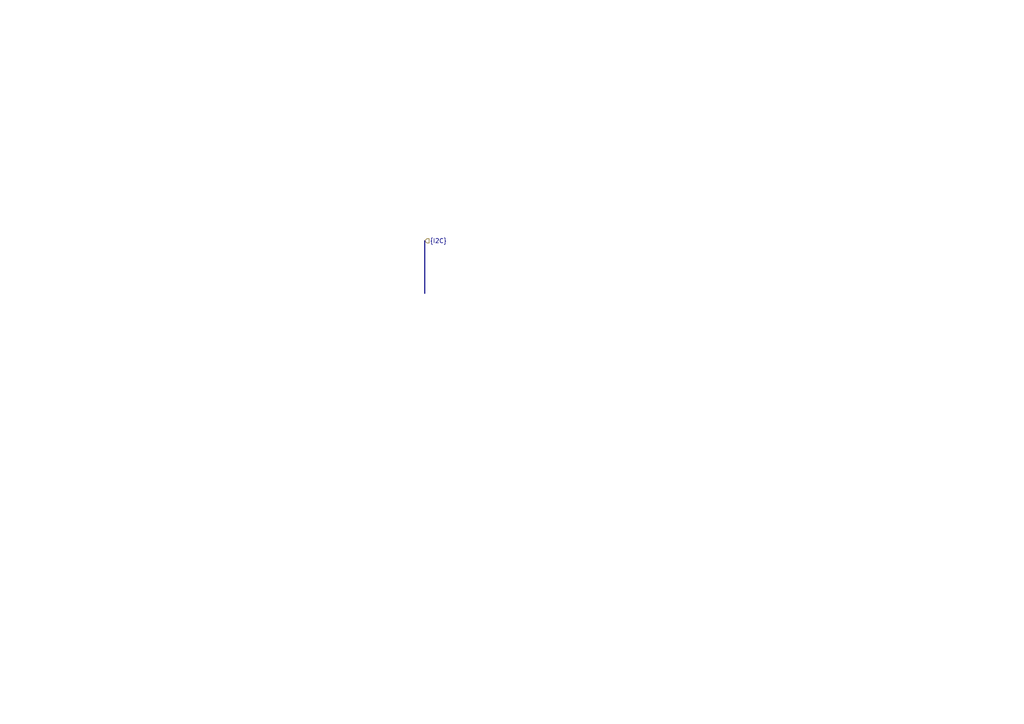
<source format=kicad_sch>
(kicad_sch (version 20230121) (generator eeschema)
  (paper "A4")
  (lib_symbols)
  (bus (pts (xy 123.19 69.85) (xy 123.19 85.09)))
  (hierarchical_label "{I2C}" (shape input) (at 123.19 69.85 0))
)
</source>
